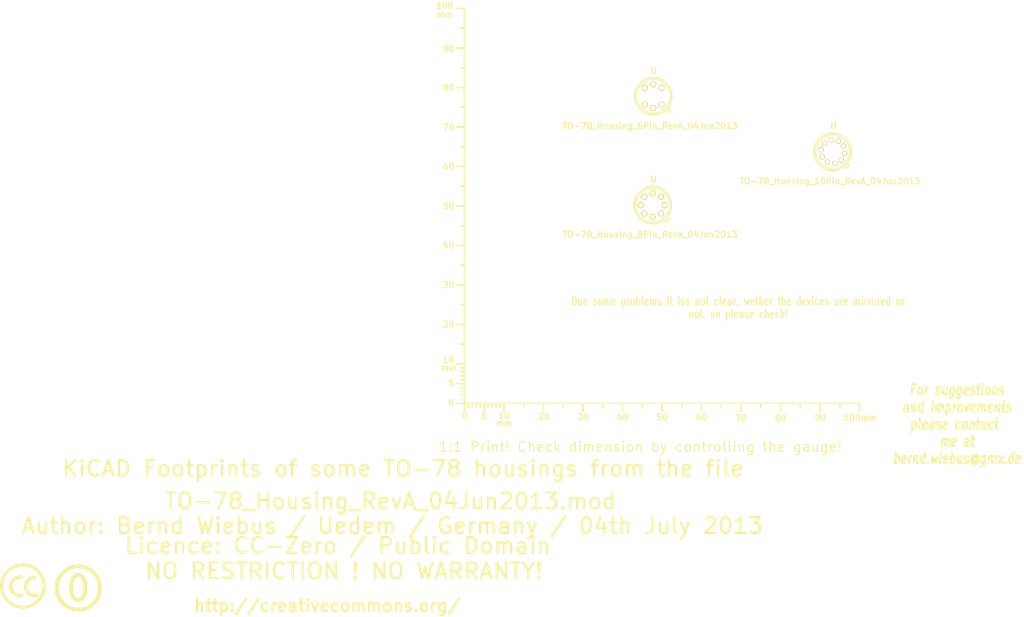
<source format=kicad_pcb>
(kicad_pcb (version 3) (host pcbnew "(2013-03-30 BZR 4007)-stable")

  (general
    (links 0)
    (no_connects 0)
    (area -16.90696 40.805099 274.02378 197.1694)
    (thickness 1.6002)
    (drawings 8)
    (tracks 0)
    (zones 0)
    (modules 6)
    (nets 1)
  )

  (page A4)
  (layers
    (15 Vorderseite signal)
    (0 Rückseite signal)
    (16 B.Adhes user)
    (17 F.Adhes user)
    (18 B.Paste user)
    (19 F.Paste user)
    (20 B.SilkS user)
    (21 F.SilkS user)
    (22 B.Mask user)
    (23 F.Mask user)
    (24 Dwgs.User user)
    (25 Cmts.User user)
    (26 Eco1.User user)
    (27 Eco2.User user)
    (28 Edge.Cuts user)
  )

  (setup
    (last_trace_width 0.2032)
    (trace_clearance 0.254)
    (zone_clearance 0.508)
    (zone_45_only no)
    (trace_min 0.2032)
    (segment_width 0.381)
    (edge_width 0.381)
    (via_size 0.889)
    (via_drill 0.635)
    (via_min_size 0.889)
    (via_min_drill 0.508)
    (uvia_size 0.508)
    (uvia_drill 0.127)
    (uvias_allowed no)
    (uvia_min_size 0.508)
    (uvia_min_drill 0.127)
    (pcb_text_width 0.3048)
    (pcb_text_size 1.524 2.032)
    (mod_edge_width 0.381)
    (mod_text_size 1.524 1.524)
    (mod_text_width 0.3048)
    (pad_size 1.3 1.3)
    (pad_drill 0.8)
    (pad_to_mask_clearance 0.254)
    (aux_axis_origin 0 0)
    (visible_elements 7FFFFFFF)
    (pcbplotparams
      (layerselection 3178497)
      (usegerberextensions true)
      (excludeedgelayer true)
      (linewidth 60)
      (plotframeref false)
      (viasonmask false)
      (mode 1)
      (useauxorigin false)
      (hpglpennumber 1)
      (hpglpenspeed 20)
      (hpglpendiameter 15)
      (hpglpenoverlay 0)
      (psnegative false)
      (psa4output false)
      (plotreference true)
      (plotvalue true)
      (plotothertext true)
      (plotinvisibletext false)
      (padsonsilk false)
      (subtractmaskfromsilk false)
      (outputformat 1)
      (mirror false)
      (drillshape 1)
      (scaleselection 1)
      (outputdirectory ""))
  )

  (net 0 "")

  (net_class Default "Dies ist die voreingestellte Netzklasse."
    (clearance 0.254)
    (trace_width 0.2032)
    (via_dia 0.889)
    (via_drill 0.635)
    (uvia_dia 0.508)
    (uvia_drill 0.127)
    (add_net "")
  )

  (module Gauge_100mm_Type2_SilkScreenTop_RevA_Date22Jun2010 (layer Vorderseite) (tedit 4D963937) (tstamp 4D88F07A)
    (at 132.75056 141.2494)
    (descr "Gauge, Massstab, 100mm, SilkScreenTop, Type 2,")
    (tags "Gauge, Massstab, 100mm, SilkScreenTop, Type 2,")
    (path Gauge_100mm_Type2_SilkScreenTop_RevA_Date22Jun2010)
    (fp_text reference MSC (at 4.0005 8.99922) (layer F.SilkS) hide
      (effects (font (size 1.524 1.524) (thickness 0.3048)))
    )
    (fp_text value Gauge_100mm_Type2_SilkScreenTop_RevA_Date22Jun2010 (at 45.9994 8.99922) (layer F.SilkS) hide
      (effects (font (size 1.524 1.524) (thickness 0.3048)))
    )
    (fp_text user mm (at 9.99998 5.00126) (layer F.SilkS)
      (effects (font (size 1.524 1.524) (thickness 0.3048)))
    )
    (fp_text user mm (at -4.0005 -8.99922) (layer F.SilkS)
      (effects (font (size 1.524 1.524) (thickness 0.3048)))
    )
    (fp_text user mm (at -5.00126 -98.5012) (layer F.SilkS)
      (effects (font (size 1.524 1.524) (thickness 0.3048)))
    )
    (fp_text user 10 (at 10.00506 3.0988) (layer F.SilkS)
      (effects (font (size 1.50114 1.50114) (thickness 0.29972)))
    )
    (fp_text user 0 (at 0.00508 3.19786) (layer F.SilkS)
      (effects (font (size 1.39954 1.50114) (thickness 0.29972)))
    )
    (fp_text user 5 (at 5.0038 3.29946) (layer F.SilkS)
      (effects (font (size 1.50114 1.50114) (thickness 0.29972)))
    )
    (fp_text user 20 (at 20.1041 3.29946) (layer F.SilkS)
      (effects (font (size 1.50114 1.50114) (thickness 0.29972)))
    )
    (fp_text user 30 (at 30.00502 3.39852) (layer F.SilkS)
      (effects (font (size 1.50114 1.50114) (thickness 0.29972)))
    )
    (fp_text user 40 (at 40.005 3.50012) (layer F.SilkS)
      (effects (font (size 1.50114 1.50114) (thickness 0.29972)))
    )
    (fp_text user 50 (at 50.00498 3.50012) (layer F.SilkS)
      (effects (font (size 1.50114 1.50114) (thickness 0.29972)))
    )
    (fp_text user 60 (at 60.00496 3.50012) (layer F.SilkS)
      (effects (font (size 1.50114 1.50114) (thickness 0.29972)))
    )
    (fp_text user 70 (at 70.00494 3.70078) (layer F.SilkS)
      (effects (font (size 1.50114 1.50114) (thickness 0.29972)))
    )
    (fp_text user 80 (at 80.00492 3.79984) (layer F.SilkS)
      (effects (font (size 1.50114 1.50114) (thickness 0.29972)))
    )
    (fp_text user 90 (at 90.1065 3.60172) (layer F.SilkS)
      (effects (font (size 1.50114 1.50114) (thickness 0.29972)))
    )
    (fp_text user 100mm (at 100.10648 3.60172) (layer F.SilkS)
      (effects (font (size 1.50114 1.50114) (thickness 0.29972)))
    )
    (fp_line (start 0 -8.99922) (end -1.00076 -8.99922) (layer F.SilkS) (width 0.381))
    (fp_line (start 0 -8.001) (end -1.00076 -8.001) (layer F.SilkS) (width 0.381))
    (fp_line (start 0 -7.00024) (end -1.00076 -7.00024) (layer F.SilkS) (width 0.381))
    (fp_line (start 0 -5.99948) (end -1.00076 -5.99948) (layer F.SilkS) (width 0.381))
    (fp_line (start 0 -4.0005) (end -1.00076 -4.0005) (layer F.SilkS) (width 0.381))
    (fp_line (start 0 -2.99974) (end -1.00076 -2.99974) (layer F.SilkS) (width 0.381))
    (fp_line (start 0 -1.99898) (end -1.00076 -1.99898) (layer F.SilkS) (width 0.381))
    (fp_line (start 0 -1.00076) (end -1.00076 -1.00076) (layer F.SilkS) (width 0.381))
    (fp_line (start 0 0) (end -1.99898 0) (layer F.SilkS) (width 0.381))
    (fp_line (start 0 -5.00126) (end -1.99898 -5.00126) (layer F.SilkS) (width 0.381))
    (fp_line (start 0 -9.99998) (end -1.99898 -9.99998) (layer F.SilkS) (width 0.381))
    (fp_line (start 0 -15.00124) (end -1.00076 -15.00124) (layer F.SilkS) (width 0.381))
    (fp_line (start 0 -19.99996) (end -1.99898 -19.99996) (layer F.SilkS) (width 0.381))
    (fp_line (start 0 -25.00122) (end -1.00076 -25.00122) (layer F.SilkS) (width 0.381))
    (fp_line (start 0 -29.99994) (end -1.99898 -29.99994) (layer F.SilkS) (width 0.381))
    (fp_line (start 0 -35.0012) (end -1.00076 -35.0012) (layer F.SilkS) (width 0.381))
    (fp_line (start 0 -39.99992) (end -1.99898 -39.99992) (layer F.SilkS) (width 0.381))
    (fp_line (start 0 -45.00118) (end -1.00076 -45.00118) (layer F.SilkS) (width 0.381))
    (fp_line (start 0 -49.9999) (end -1.99898 -49.9999) (layer F.SilkS) (width 0.381))
    (fp_line (start 0 -55.00116) (end -1.00076 -55.00116) (layer F.SilkS) (width 0.381))
    (fp_line (start 0 -59.99988) (end -1.99898 -59.99988) (layer F.SilkS) (width 0.381))
    (fp_line (start 0 -65.00114) (end -1.00076 -65.00114) (layer F.SilkS) (width 0.381))
    (fp_line (start 0 -69.99986) (end -1.99898 -69.99986) (layer F.SilkS) (width 0.381))
    (fp_line (start 0 -75.00112) (end -1.00076 -75.00112) (layer F.SilkS) (width 0.381))
    (fp_line (start 0 -79.99984) (end -1.99898 -79.99984) (layer F.SilkS) (width 0.381))
    (fp_line (start 0 -85.0011) (end -1.00076 -85.0011) (layer F.SilkS) (width 0.381))
    (fp_line (start 0 -89.99982) (end -1.99898 -89.99982) (layer F.SilkS) (width 0.381))
    (fp_line (start 0 -95.00108) (end -1.00076 -95.00108) (layer F.SilkS) (width 0.381))
    (fp_line (start 0 0) (end 0 -99.9998) (layer F.SilkS) (width 0.381))
    (fp_line (start 0 -99.9998) (end -1.99898 -99.9998) (layer F.SilkS) (width 0.381))
    (fp_text user 100 (at -4.99872 -100.7491) (layer F.SilkS)
      (effects (font (size 1.50114 1.50114) (thickness 0.29972)))
    )
    (fp_text user 90 (at -4.0005 -89.7509) (layer F.SilkS)
      (effects (font (size 1.50114 1.50114) (thickness 0.29972)))
    )
    (fp_text user 80 (at -4.0005 -79.99984) (layer F.SilkS)
      (effects (font (size 1.50114 1.50114) (thickness 0.29972)))
    )
    (fp_text user 70 (at -4.0005 -69.99986) (layer F.SilkS)
      (effects (font (size 1.50114 1.50114) (thickness 0.29972)))
    )
    (fp_text user 60 (at -4.0005 -59.99988) (layer F.SilkS)
      (effects (font (size 1.50114 1.50114) (thickness 0.29972)))
    )
    (fp_text user 50 (at -4.0005 -49.9999) (layer F.SilkS)
      (effects (font (size 1.50114 1.50114) (thickness 0.34036)))
    )
    (fp_text user 40 (at -4.0005 -39.99992) (layer F.SilkS)
      (effects (font (size 1.50114 1.50114) (thickness 0.29972)))
    )
    (fp_text user 30 (at -4.0005 -29.99994) (layer F.SilkS)
      (effects (font (size 1.50114 1.50114) (thickness 0.29972)))
    )
    (fp_text user 20 (at -4.0005 -19.99996) (layer F.SilkS)
      (effects (font (size 1.50114 1.50114) (thickness 0.29972)))
    )
    (fp_line (start 95.00108 0) (end 95.00108 1.00076) (layer F.SilkS) (width 0.381))
    (fp_line (start 89.99982 0) (end 89.99982 1.99898) (layer F.SilkS) (width 0.381))
    (fp_line (start 85.0011 0) (end 85.0011 1.00076) (layer F.SilkS) (width 0.381))
    (fp_line (start 79.99984 0) (end 79.99984 1.99898) (layer F.SilkS) (width 0.381))
    (fp_line (start 75.00112 0) (end 75.00112 1.00076) (layer F.SilkS) (width 0.381))
    (fp_line (start 69.99986 0) (end 69.99986 1.99898) (layer F.SilkS) (width 0.381))
    (fp_line (start 65.00114 0) (end 65.00114 1.00076) (layer F.SilkS) (width 0.381))
    (fp_line (start 59.99988 0) (end 59.99988 1.99898) (layer F.SilkS) (width 0.381))
    (fp_line (start 55.00116 0) (end 55.00116 1.00076) (layer F.SilkS) (width 0.381))
    (fp_line (start 49.9999 0) (end 49.9999 1.99898) (layer F.SilkS) (width 0.381))
    (fp_line (start 45.00118 0) (end 45.00118 1.00076) (layer F.SilkS) (width 0.381))
    (fp_line (start 39.99992 0) (end 39.99992 1.99898) (layer F.SilkS) (width 0.381))
    (fp_line (start 35.0012 0) (end 35.0012 1.00076) (layer F.SilkS) (width 0.381))
    (fp_line (start 29.99994 0) (end 29.99994 1.99898) (layer F.SilkS) (width 0.381))
    (fp_line (start 25.00122 0) (end 25.00122 1.00076) (layer F.SilkS) (width 0.381))
    (fp_line (start 19.99996 0) (end 19.99996 1.99898) (layer F.SilkS) (width 0.381))
    (fp_line (start 15.00124 0) (end 15.00124 1.00076) (layer F.SilkS) (width 0.381))
    (fp_line (start 9.99998 0) (end 99.9998 0) (layer F.SilkS) (width 0.381))
    (fp_line (start 99.9998 0) (end 99.9998 1.99898) (layer F.SilkS) (width 0.381))
    (fp_text user 5 (at -3.302 -5.10286) (layer F.SilkS)
      (effects (font (size 1.50114 1.50114) (thickness 0.29972)))
    )
    (fp_text user 0 (at -3.4036 -0.10414) (layer F.SilkS)
      (effects (font (size 1.50114 1.50114) (thickness 0.29972)))
    )
    (fp_text user 10 (at -4.0005 -11.00074) (layer F.SilkS)
      (effects (font (size 1.50114 1.50114) (thickness 0.29972)))
    )
    (fp_line (start 8.99922 0) (end 8.99922 1.00076) (layer F.SilkS) (width 0.381))
    (fp_line (start 8.001 0) (end 8.001 1.00076) (layer F.SilkS) (width 0.381))
    (fp_line (start 7.00024 0) (end 7.00024 1.00076) (layer F.SilkS) (width 0.381))
    (fp_line (start 5.99948 0) (end 5.99948 1.00076) (layer F.SilkS) (width 0.381))
    (fp_line (start 4.0005 0) (end 4.0005 1.00076) (layer F.SilkS) (width 0.381))
    (fp_line (start 2.99974 0) (end 2.99974 1.00076) (layer F.SilkS) (width 0.381))
    (fp_line (start 1.99898 0) (end 1.99898 1.00076) (layer F.SilkS) (width 0.381))
    (fp_line (start 1.00076 0) (end 1.00076 1.00076) (layer F.SilkS) (width 0.381))
    (fp_line (start 5.00126 0) (end 5.00126 1.99898) (layer F.SilkS) (width 0.381))
    (fp_line (start 0 0) (end 0 1.99898) (layer F.SilkS) (width 0.381))
    (fp_line (start 0 0) (end 9.99998 0) (layer F.SilkS) (width 0.381))
    (fp_line (start 9.99998 0) (end 9.99998 1.99898) (layer F.SilkS) (width 0.381))
  )

  (module Symbol_CC-PublicDomain_SilkScreenTop_Big (layer Vorderseite) (tedit 515D641F) (tstamp 515F0B64)
    (at 35 188)
    (descr "Symbol, CC-PublicDomain, SilkScreen Top, Big,")
    (tags "Symbol, CC-PublicDomain, SilkScreen Top, Big,")
    (path Symbol_CC-Noncommercial_CopperTop_Big)
    (fp_text reference Sym (at 0.59944 -7.29996) (layer F.SilkS) hide
      (effects (font (size 1.524 1.524) (thickness 0.3048)))
    )
    (fp_text value Symbol_CC-PublicDomain_SilkScreenTop_Big (at 0.59944 8.001) (layer F.SilkS) hide
      (effects (font (size 1.524 1.524) (thickness 0.3048)))
    )
    (fp_circle (center 0 0) (end 5.8 -0.05) (layer F.SilkS) (width 0.381))
    (fp_circle (center 0 0) (end 5.5 0) (layer F.SilkS) (width 0.381))
    (fp_circle (center 0.05 0) (end 5.25 0) (layer F.SilkS) (width 0.381))
    (fp_line (start 1.1 -2.5) (end 1.4 -1.9) (layer F.SilkS) (width 0.381))
    (fp_line (start -1.8 1.2) (end -1.6 1.9) (layer F.SilkS) (width 0.381))
    (fp_line (start -1.6 1.9) (end -1.2 2.5) (layer F.SilkS) (width 0.381))
    (fp_line (start 0 -3) (end 0.75 -2.75) (layer F.SilkS) (width 0.381))
    (fp_line (start 0.75 -2.75) (end 1 -2.25) (layer F.SilkS) (width 0.381))
    (fp_line (start 1 -2.25) (end 1.5 -1) (layer F.SilkS) (width 0.381))
    (fp_line (start 1.5 -1) (end 1.5 -0.5) (layer F.SilkS) (width 0.381))
    (fp_line (start 1.5 -0.5) (end 1.5 0.5) (layer F.SilkS) (width 0.381))
    (fp_line (start 1.5 0.5) (end 1.25 1.5) (layer F.SilkS) (width 0.381))
    (fp_line (start 1.25 1.5) (end 0.75 2.5) (layer F.SilkS) (width 0.381))
    (fp_line (start 0.75 2.5) (end 0.25 2.75) (layer F.SilkS) (width 0.381))
    (fp_line (start 0.25 2.75) (end -0.25 2.75) (layer F.SilkS) (width 0.381))
    (fp_line (start -0.25 2.75) (end -0.75 2.5) (layer F.SilkS) (width 0.381))
    (fp_line (start -0.75 2.5) (end -1.25 1.75) (layer F.SilkS) (width 0.381))
    (fp_line (start -1.25 1.75) (end -1.5 0.75) (layer F.SilkS) (width 0.381))
    (fp_line (start -1.5 0.75) (end -1.5 -0.75) (layer F.SilkS) (width 0.381))
    (fp_line (start -1.5 -0.75) (end -1.25 -1.75) (layer F.SilkS) (width 0.381))
    (fp_line (start -1.25 -1.75) (end -1 -2.5) (layer F.SilkS) (width 0.381))
    (fp_line (start -1 -2.5) (end -0.3 -2.9) (layer F.SilkS) (width 0.381))
    (fp_line (start -0.3 -2.9) (end 0.2 -3) (layer F.SilkS) (width 0.381))
    (fp_line (start 0.2 -3) (end 0.8 -3) (layer F.SilkS) (width 0.381))
    (fp_line (start 0.8 -3) (end 1.4 -2.3) (layer F.SilkS) (width 0.381))
    (fp_line (start 1.4 -2.3) (end 1.6 -1.4) (layer F.SilkS) (width 0.381))
    (fp_line (start 1.6 -1.4) (end 1.7 -0.3) (layer F.SilkS) (width 0.381))
    (fp_line (start 1.7 -0.3) (end 1.7 0.9) (layer F.SilkS) (width 0.381))
    (fp_line (start 1.7 0.9) (end 1.4 1.8) (layer F.SilkS) (width 0.381))
    (fp_line (start 1.4 1.8) (end 1 2.7) (layer F.SilkS) (width 0.381))
    (fp_line (start 1 2.7) (end 0.5 3) (layer F.SilkS) (width 0.381))
    (fp_line (start 0.5 3) (end -0.4 3) (layer F.SilkS) (width 0.381))
    (fp_line (start -0.4 3) (end -1.3 2.3) (layer F.SilkS) (width 0.381))
    (fp_line (start -1.3 2.3) (end -1.7 1) (layer F.SilkS) (width 0.381))
    (fp_line (start -1.7 1) (end -1.8 -0.7) (layer F.SilkS) (width 0.381))
    (fp_line (start -1.8 -0.7) (end -1.4 -2.2) (layer F.SilkS) (width 0.381))
    (fp_line (start -1.4 -2.2) (end -1 -2.9) (layer F.SilkS) (width 0.381))
    (fp_line (start -1 -2.9) (end -0.2 -3.3) (layer F.SilkS) (width 0.381))
    (fp_line (start -0.2 -3.3) (end 0.7 -3.2) (layer F.SilkS) (width 0.381))
    (fp_line (start 0.7 -3.2) (end 1.3 -3.1) (layer F.SilkS) (width 0.381))
    (fp_line (start 1.3 -3.1) (end 1.7 -2.4) (layer F.SilkS) (width 0.381))
    (fp_line (start 1.7 -2.4) (end 2 -1.6) (layer F.SilkS) (width 0.381))
    (fp_line (start 2 -1.6) (end 2.1 -0.6) (layer F.SilkS) (width 0.381))
    (fp_line (start 2.1 -0.6) (end 2.1 0.3) (layer F.SilkS) (width 0.381))
    (fp_line (start 2.1 0.3) (end 2.1 1.3) (layer F.SilkS) (width 0.381))
    (fp_line (start 2.1 1.3) (end 1.9 1.8) (layer F.SilkS) (width 0.381))
    (fp_line (start 1.9 1.8) (end 1.5 2.6) (layer F.SilkS) (width 0.381))
    (fp_line (start 1.5 2.6) (end 1.1 3) (layer F.SilkS) (width 0.381))
    (fp_line (start 1.1 3) (end 0.4 3.3) (layer F.SilkS) (width 0.381))
    (fp_line (start 0.4 3.3) (end -0.1 3.4) (layer F.SilkS) (width 0.381))
    (fp_line (start -0.1 3.4) (end -0.8 3.2) (layer F.SilkS) (width 0.381))
    (fp_line (start -0.8 3.2) (end -1.5 2.6) (layer F.SilkS) (width 0.381))
    (fp_line (start -1.5 2.6) (end -1.9 1.7) (layer F.SilkS) (width 0.381))
    (fp_line (start -1.9 1.7) (end -2.1 0.4) (layer F.SilkS) (width 0.381))
    (fp_line (start -2.1 0.4) (end -2.1 -0.6) (layer F.SilkS) (width 0.381))
    (fp_line (start -2.1 -0.6) (end -2 -1.6) (layer F.SilkS) (width 0.381))
    (fp_line (start -2 -1.6) (end -1.7 -2.4) (layer F.SilkS) (width 0.381))
    (fp_line (start -1.7 -2.4) (end -1.2 -3.1) (layer F.SilkS) (width 0.381))
    (fp_line (start -1.2 -3.1) (end -0.4 -3.6) (layer F.SilkS) (width 0.381))
    (fp_line (start -0.4 -3.6) (end 0.4 -3.6) (layer F.SilkS) (width 0.381))
    (fp_line (start 0.4 -3.6) (end 1.1 -3.2) (layer F.SilkS) (width 0.381))
    (fp_line (start 1.1 -3.2) (end 1.1 -2.9) (layer F.SilkS) (width 0.381))
    (fp_line (start 1.1 -2.9) (end 1.8 -1.5) (layer F.SilkS) (width 0.381))
    (fp_line (start 1.8 -1.5) (end 1.8 -0.4) (layer F.SilkS) (width 0.381))
    (fp_line (start 1.8 -0.4) (end 1.8 1.1) (layer F.SilkS) (width 0.381))
    (fp_line (start 1.8 1.1) (end 1.2 2.6) (layer F.SilkS) (width 0.381))
    (fp_line (start 1.2 2.6) (end 0.2 3.2) (layer F.SilkS) (width 0.381))
    (fp_line (start 0.2 3.2) (end -0.5 3.2) (layer F.SilkS) (width 0.381))
    (fp_line (start -0.5 3.2) (end -1.1 2.7) (layer F.SilkS) (width 0.381))
    (fp_line (start -1.1 2.7) (end -1.9 0.6) (layer F.SilkS) (width 0.381))
    (fp_line (start -1.9 0.6) (end -1.7 -1.9) (layer F.SilkS) (width 0.381))
  )

  (module Symbol_CreativeCommons_SilkScreenTop_Type2_Big (layer Vorderseite) (tedit 515D640C) (tstamp 515F46B2)
    (at 21 187.5)
    (descr "Symbol, Creative Commons, SilkScreen Top, Type 2, Big,")
    (tags "Symbol, Creative Commons, SilkScreen Top, Type 2, Big,")
    (path Symbol_CreativeCommons_CopperTop_Type2_Big)
    (fp_text reference Sym (at 0.59944 -7.29996) (layer F.SilkS) hide
      (effects (font (size 1.524 1.524) (thickness 0.3048)))
    )
    (fp_text value Symbol_CreativeCommons_Typ2_SilkScreenTop_Big (at 0.59944 8.001) (layer F.SilkS) hide
      (effects (font (size 1.524 1.524) (thickness 0.3048)))
    )
    (fp_line (start -0.70104 2.70002) (end -0.29972 2.60096) (layer F.SilkS) (width 0.381))
    (fp_line (start -0.29972 2.60096) (end -0.20066 2.10058) (layer F.SilkS) (width 0.381))
    (fp_line (start -2.49936 -1.69926) (end -2.70002 -1.6002) (layer F.SilkS) (width 0.381))
    (fp_line (start -2.70002 -1.6002) (end -3.0988 -1.00076) (layer F.SilkS) (width 0.381))
    (fp_line (start -3.0988 -1.00076) (end -3.29946 -0.50038) (layer F.SilkS) (width 0.381))
    (fp_line (start -3.29946 -0.50038) (end -3.40106 0.39878) (layer F.SilkS) (width 0.381))
    (fp_line (start -3.40106 0.39878) (end -3.29946 0.89916) (layer F.SilkS) (width 0.381))
    (fp_line (start -0.19812 2.4003) (end -0.29718 2.59842) (layer F.SilkS) (width 0.381))
    (fp_line (start 3.70078 2.10058) (end 3.79984 2.4003) (layer F.SilkS) (width 0.381))
    (fp_line (start 2.99974 -2.4003) (end 3.29946 -2.30124) (layer F.SilkS) (width 0.381))
    (fp_line (start 3.29946 -2.30124) (end 3.0988 -1.99898) (layer F.SilkS) (width 0.381))
    (fp_line (start 0 -5.40004) (end -0.50038 -5.40004) (layer F.SilkS) (width 0.381))
    (fp_line (start -0.50038 -5.40004) (end -1.30048 -5.10032) (layer F.SilkS) (width 0.381))
    (fp_line (start -1.30048 -5.10032) (end -1.99898 -4.89966) (layer F.SilkS) (width 0.381))
    (fp_line (start -1.99898 -4.89966) (end -2.70002 -4.699) (layer F.SilkS) (width 0.381))
    (fp_line (start -2.70002 -4.699) (end -3.29946 -4.20116) (layer F.SilkS) (width 0.381))
    (fp_line (start -3.29946 -4.20116) (end -4.0005 -3.59918) (layer F.SilkS) (width 0.381))
    (fp_line (start -4.0005 -3.59918) (end -4.50088 -2.99974) (layer F.SilkS) (width 0.381))
    (fp_line (start -4.50088 -2.99974) (end -5.00126 -2.10058) (layer F.SilkS) (width 0.381))
    (fp_line (start -5.00126 -2.10058) (end -5.30098 -1.09982) (layer F.SilkS) (width 0.381))
    (fp_line (start -5.30098 -1.09982) (end -5.40004 0.09906) (layer F.SilkS) (width 0.381))
    (fp_line (start -5.40004 0.09906) (end -5.19938 1.30048) (layer F.SilkS) (width 0.381))
    (fp_line (start -5.19938 1.30048) (end -4.8006 2.4003) (layer F.SilkS) (width 0.381))
    (fp_line (start -4.8006 2.4003) (end -3.79984 3.8989) (layer F.SilkS) (width 0.381))
    (fp_line (start -3.79984 3.8989) (end -2.60096 4.8006) (layer F.SilkS) (width 0.381))
    (fp_line (start -2.60096 4.8006) (end -1.30048 5.30098) (layer F.SilkS) (width 0.381))
    (fp_line (start -1.30048 5.30098) (end 0.09906 5.30098) (layer F.SilkS) (width 0.381))
    (fp_line (start 0.09906 5.30098) (end 1.6002 5.19938) (layer F.SilkS) (width 0.381))
    (fp_line (start 1.6002 5.19938) (end 2.60096 4.699) (layer F.SilkS) (width 0.381))
    (fp_line (start 2.60096 4.699) (end 4.20116 3.40106) (layer F.SilkS) (width 0.381))
    (fp_line (start 4.20116 3.40106) (end 5.00126 1.80086) (layer F.SilkS) (width 0.381))
    (fp_line (start 5.00126 1.80086) (end 5.40004 0.29972) (layer F.SilkS) (width 0.381))
    (fp_line (start 5.40004 0.29972) (end 5.19938 -1.39954) (layer F.SilkS) (width 0.381))
    (fp_line (start 5.19938 -1.39954) (end 4.699 -2.49936) (layer F.SilkS) (width 0.381))
    (fp_line (start 4.699 -2.49936) (end 3.40106 -4.09956) (layer F.SilkS) (width 0.381))
    (fp_line (start 3.40106 -4.09956) (end 2.4003 -4.8006) (layer F.SilkS) (width 0.381))
    (fp_line (start 2.4003 -4.8006) (end 1.39954 -5.19938) (layer F.SilkS) (width 0.381))
    (fp_line (start 1.39954 -5.19938) (end 0 -5.30098) (layer F.SilkS) (width 0.381))
    (fp_line (start 0.60198 -0.70104) (end 0.50292 -0.20066) (layer F.SilkS) (width 0.381))
    (fp_line (start 0.50292 -0.20066) (end 0.50292 0.49784) (layer F.SilkS) (width 0.381))
    (fp_line (start 0.50292 0.49784) (end 0.60198 1.09982) (layer F.SilkS) (width 0.381))
    (fp_line (start 0.60198 1.09982) (end 1.00076 1.69926) (layer F.SilkS) (width 0.381))
    (fp_line (start 1.00076 1.69926) (end 1.50114 2.19964) (layer F.SilkS) (width 0.381))
    (fp_line (start 1.50114 2.19964) (end 2.10058 2.49936) (layer F.SilkS) (width 0.381))
    (fp_line (start 2.10058 2.49936) (end 2.60096 2.59842) (layer F.SilkS) (width 0.381))
    (fp_line (start 2.60096 2.59842) (end 3.00228 2.59842) (layer F.SilkS) (width 0.381))
    (fp_line (start 3.00228 2.59842) (end 3.40106 2.59842) (layer F.SilkS) (width 0.381))
    (fp_line (start 3.40106 2.59842) (end 3.80238 2.49936) (layer F.SilkS) (width 0.381))
    (fp_line (start 3.80238 2.49936) (end 3.70078 2.2987) (layer F.SilkS) (width 0.381))
    (fp_line (start 3.70078 2.2987) (end 2.80162 2.4003) (layer F.SilkS) (width 0.381))
    (fp_line (start 2.80162 2.4003) (end 1.80086 2.09804) (layer F.SilkS) (width 0.381))
    (fp_line (start 1.80086 2.09804) (end 1.20142 1.6002) (layer F.SilkS) (width 0.381))
    (fp_line (start 1.20142 1.6002) (end 0.80264 0.6985) (layer F.SilkS) (width 0.381))
    (fp_line (start 0.80264 0.6985) (end 0.70104 -0.29972) (layer F.SilkS) (width 0.381))
    (fp_line (start 0.70104 -0.29972) (end 1.00076 -1.00076) (layer F.SilkS) (width 0.381))
    (fp_line (start 1.00076 -1.00076) (end 1.60274 -1.7018) (layer F.SilkS) (width 0.381))
    (fp_line (start 1.60274 -1.7018) (end 2.30124 -2.10058) (layer F.SilkS) (width 0.381))
    (fp_line (start 2.30124 -2.10058) (end 3.00228 -2.10058) (layer F.SilkS) (width 0.381))
    (fp_line (start 3.00228 -2.10058) (end 3.10134 -1.89992) (layer F.SilkS) (width 0.381))
    (fp_line (start 3.10134 -1.89992) (end 2.5019 -1.89992) (layer F.SilkS) (width 0.381))
    (fp_line (start 2.5019 -1.89992) (end 1.80086 -1.6002) (layer F.SilkS) (width 0.381))
    (fp_line (start 1.80086 -1.6002) (end 1.30048 -1.00076) (layer F.SilkS) (width 0.381))
    (fp_line (start 1.30048 -1.00076) (end 1.00076 -0.40132) (layer F.SilkS) (width 0.381))
    (fp_line (start 1.00076 -0.40132) (end 1.00076 0.09906) (layer F.SilkS) (width 0.381))
    (fp_line (start 1.00076 0.09906) (end 1.00076 0.6985) (layer F.SilkS) (width 0.381))
    (fp_line (start 1.00076 0.6985) (end 1.30048 1.19888) (layer F.SilkS) (width 0.381))
    (fp_line (start 1.30048 1.19888) (end 1.7018 1.69926) (layer F.SilkS) (width 0.381))
    (fp_line (start 1.7018 1.69926) (end 2.30124 1.99898) (layer F.SilkS) (width 0.381))
    (fp_line (start 2.30124 1.99898) (end 2.90068 2.09804) (layer F.SilkS) (width 0.381))
    (fp_line (start 2.90068 2.09804) (end 3.40106 2.09804) (layer F.SilkS) (width 0.381))
    (fp_line (start 3.40106 2.09804) (end 3.70078 1.99898) (layer F.SilkS) (width 0.381))
    (fp_line (start 3.00228 -2.4003) (end 2.40284 -2.4003) (layer F.SilkS) (width 0.381))
    (fp_line (start 2.40284 -2.4003) (end 2.00152 -2.20218) (layer F.SilkS) (width 0.381))
    (fp_line (start 2.00152 -2.20218) (end 1.50114 -2.00152) (layer F.SilkS) (width 0.381))
    (fp_line (start 1.50114 -2.00152) (end 1.10236 -1.6002) (layer F.SilkS) (width 0.381))
    (fp_line (start 1.10236 -1.6002) (end 0.80264 -1.09982) (layer F.SilkS) (width 0.381))
    (fp_line (start 0.80264 -1.09982) (end 0.60198 -0.70104) (layer F.SilkS) (width 0.381))
    (fp_line (start -0.39878 -1.99898) (end -0.89916 -1.99898) (layer F.SilkS) (width 0.381))
    (fp_line (start -0.89916 -1.99898) (end -1.39954 -1.89738) (layer F.SilkS) (width 0.381))
    (fp_line (start -1.39954 -1.89738) (end -1.89992 -1.59766) (layer F.SilkS) (width 0.381))
    (fp_line (start -1.89992 -1.59766) (end -2.4003 -1.19888) (layer F.SilkS) (width 0.381))
    (fp_line (start -2.4003 -1.30048) (end -2.70002 -0.8001) (layer F.SilkS) (width 0.381))
    (fp_line (start -2.70002 -0.8001) (end -2.79908 -0.29972) (layer F.SilkS) (width 0.381))
    (fp_line (start -2.79908 -0.29972) (end -2.79908 0.20066) (layer F.SilkS) (width 0.381))
    (fp_line (start -2.79908 0.20066) (end -2.59842 1.00076) (layer F.SilkS) (width 0.381))
    (fp_line (start -2.69748 1.00076) (end -2.39776 1.39954) (layer F.SilkS) (width 0.381))
    (fp_line (start -2.29616 1.4986) (end -1.79578 1.89992) (layer F.SilkS) (width 0.381))
    (fp_line (start -1.79578 1.89992) (end -1.29794 2.09804) (layer F.SilkS) (width 0.381))
    (fp_line (start -1.29794 2.09804) (end -0.89662 2.19964) (layer F.SilkS) (width 0.381))
    (fp_line (start -0.89662 2.19964) (end -0.49784 2.19964) (layer F.SilkS) (width 0.381))
    (fp_line (start -0.49784 2.19964) (end -0.19812 2.09804) (layer F.SilkS) (width 0.381))
    (fp_line (start -0.19812 2.09804) (end -0.29718 2.4003) (layer F.SilkS) (width 0.381))
    (fp_line (start -0.29718 2.4003) (end -0.89662 2.49936) (layer F.SilkS) (width 0.381))
    (fp_line (start -0.89662 2.49936) (end -1.59766 2.2987) (layer F.SilkS) (width 0.381))
    (fp_line (start -1.59766 2.2987) (end -2.29616 1.79832) (layer F.SilkS) (width 0.381))
    (fp_line (start -2.29616 1.79832) (end -2.79654 1.29794) (layer F.SilkS) (width 0.381))
    (fp_line (start -2.79908 1.39954) (end -2.99974 0.70104) (layer F.SilkS) (width 0.381))
    (fp_line (start -2.99974 0.70104) (end -3.0988 0) (layer F.SilkS) (width 0.381))
    (fp_line (start -3.0988 0) (end -2.99974 -0.59944) (layer F.SilkS) (width 0.381))
    (fp_line (start -2.99974 -0.8001) (end -2.70002 -1.30048) (layer F.SilkS) (width 0.381))
    (fp_line (start -2.70002 -1.09982) (end -2.19964 -1.6002) (layer F.SilkS) (width 0.381))
    (fp_line (start -2.19964 -1.69926) (end -1.69926 -1.99898) (layer F.SilkS) (width 0.381))
    (fp_line (start -1.69926 -1.99898) (end -1.19888 -2.19964) (layer F.SilkS) (width 0.381))
    (fp_line (start -1.19888 -2.19964) (end -0.6985 -2.19964) (layer F.SilkS) (width 0.381))
    (fp_line (start -0.6985 -2.19964) (end -0.29972 -2.19964) (layer F.SilkS) (width 0.381))
    (fp_line (start -0.29972 -2.19964) (end -0.20066 -2.39776) (layer F.SilkS) (width 0.381))
    (fp_line (start -0.20066 -2.39776) (end -0.59944 -2.49936) (layer F.SilkS) (width 0.381))
    (fp_line (start -0.59944 -2.49936) (end -1.00076 -2.49936) (layer F.SilkS) (width 0.381))
    (fp_line (start -1.00076 -2.49936) (end -1.4986 -2.39776) (layer F.SilkS) (width 0.381))
    (fp_line (start -1.4986 -2.39776) (end -2.10058 -2.09804) (layer F.SilkS) (width 0.381))
    (fp_line (start -2.10058 -2.09804) (end -2.59842 -1.69926) (layer F.SilkS) (width 0.381))
    (fp_line (start -2.59842 -1.6002) (end -3.0988 -0.89916) (layer F.SilkS) (width 0.381))
    (fp_line (start -3.0988 -0.89916) (end -3.29946 -0.29972) (layer F.SilkS) (width 0.381))
    (fp_line (start -3.29946 -0.29972) (end -3.29946 0.40132) (layer F.SilkS) (width 0.381))
    (fp_line (start -3.29946 0.40132) (end -3.2004 1.00076) (layer F.SilkS) (width 0.381))
    (fp_line (start -3.29946 0.8001) (end -2.99974 1.39954) (layer F.SilkS) (width 0.381))
    (fp_line (start -2.89814 1.4986) (end -2.49682 1.99898) (layer F.SilkS) (width 0.381))
    (fp_line (start -2.49682 1.99898) (end -1.89738 2.4003) (layer F.SilkS) (width 0.381))
    (fp_line (start -1.89738 2.4003) (end -1.19634 2.59842) (layer F.SilkS) (width 0.381))
    (fp_line (start -1.19634 2.59842) (end -0.69596 2.70002) (layer F.SilkS) (width 0.381))
    (fp_line (start -2.9972 1.19888) (end -2.59842 1.19888) (layer F.SilkS) (width 0.381))
    (fp_circle (center 0 0) (end 5.08 1.016) (layer F.SilkS) (width 0.381))
    (fp_circle (center 0 0) (end 5.588 0) (layer F.SilkS) (width 0.381))
  )

  (module TO-78_Housing_8Pin_RevA_04Jun2013 (layer Vorderseite) (tedit 51B0EB0E) (tstamp 51B0E425)
    (at 180.5 91)
    (descr "TO-78, 8 Pin,")
    (tags "TO-78, 8 Pin,")
    (fp_text reference U (at 0.15 -6.475) (layer F.SilkS)
      (effects (font (size 1.524 1.524) (thickness 0.3048)))
    )
    (fp_text value TO-78_Housing_8Pin_RevA_04Jun2013 (at -0.8 7.475) (layer F.SilkS)
      (effects (font (size 1.524 1.524) (thickness 0.3048)))
    )
    (fp_line (start 3.7625 3.9125) (end 3.4125 4.2625) (layer F.SilkS) (width 0.381))
    (fp_line (start 3.4125 4.2625) (end 2.9125 3.6875) (layer F.SilkS) (width 0.381))
    (fp_line (start 3.7625 3.9125) (end 4.1375 3.5375) (layer F.SilkS) (width 0.381))
    (fp_line (start 4.1375 3.5375) (end 3.5875 3.0125) (layer F.SilkS) (width 0.381))
    (fp_circle (center -0.1125 0.0375) (end -0.1125 -4.2125) (layer F.SilkS) (width 0.2))
    (fp_circle (center -0.1125 0.0375) (end -0.1125 -4.6625) (layer F.SilkS) (width 0.381))
    (pad 1 thru_hole circle (at -0.1125 3.0375 90) (size 1.524 1.524) (drill 0.85)
      (layers *.Cu *.Mask F.SilkS)
    )
    (pad 5 thru_hole circle (at -0.1125 -2.9625 90) (size 1.524 1.524) (drill 0.85)
      (layers *.Cu *.Mask F.SilkS)
    )
    (pad 3 thru_hole circle (at -3.1125 0.0375 90) (size 1.524 1.524) (drill 0.85)
      (layers *.Cu *.Mask F.SilkS)
    )
    (pad 1 thru_hole circle (at 2.8875 0.0375 90) (size 1.524 1.524) (drill 0.85)
      (layers *.Cu *.Mask F.SilkS)
    )
    (pad 2 thru_hole circle (at 2.0125 -2.0875 90) (size 1.524 1.524) (drill 0.85)
      (layers *.Cu *.Mask F.SilkS)
    )
    (pad 2 thru_hole circle (at -2.2375 2.1625 90) (size 1.524 1.524) (drill 0.85)
      (layers *.Cu *.Mask F.SilkS)
    )
    (pad 4 thru_hole circle (at -2.2375 -2.0875 90) (size 1.524 1.524) (drill 0.85)
      (layers *.Cu *.Mask F.SilkS)
    )
    (pad 8 thru_hole circle (at 2.0125 2.1625 90) (size 1.524 1.524) (drill 0.85)
      (layers *.Cu *.Mask F.SilkS)
    )
    (model TO-78_Wings3D_RevA_06Jun2013/TO-78_8Pin_Faktor03937_RevA_06Jun2013.wrl
      (at (xyz 0 0 0))
      (scale (xyz 0.3937 0.3937 0.3937))
      (rotate (xyz 0 0 0))
    )
  )

  (module TO-78_Housing_6Pin_RevA_04Jun2013 (layer Vorderseite) (tedit 51B0EAFA) (tstamp 51B0E5AA)
    (at 180.5 63.5)
    (descr "TO-78, 6 Pin,")
    (tags "TO-78, 6 Pin,")
    (fp_text reference U (at 0.15 -6.475) (layer F.SilkS)
      (effects (font (size 1.524 1.524) (thickness 0.3048)))
    )
    (fp_text value TO-78_Housing_6Pin_RevA_04Jun2013 (at -0.8 7.475) (layer F.SilkS)
      (effects (font (size 1.524 1.524) (thickness 0.3048)))
    )
    (fp_line (start 3.8875 3.8125) (end 3.5375 4.1625) (layer F.SilkS) (width 0.381))
    (fp_line (start 3.5375 4.1625) (end 3.0375 3.5875) (layer F.SilkS) (width 0.381))
    (fp_line (start 3.8875 3.8125) (end 4.2625 3.4375) (layer F.SilkS) (width 0.381))
    (fp_line (start 4.2625 3.4375) (end 3.7125 2.9125) (layer F.SilkS) (width 0.381))
    (fp_circle (center 0.0125 -0.0625) (end 0.0125 -4.3125) (layer F.SilkS) (width 0.2))
    (fp_circle (center 0.0125 -0.0625) (end 0.0125 -4.7625) (layer F.SilkS) (width 0.381))
    (pad 7 thru_hole circle (at 0.0125 2.9375 90) (size 1.524 1.524) (drill 0.85)
      (layers *.Cu *.Mask F.SilkS)
    )
    (pad 3 thru_hole circle (at 0.0125 -3.0625 90) (size 1.524 1.524) (drill 0.85)
      (layers *.Cu *.Mask F.SilkS)
    )
    (pad 2 thru_hole circle (at 2.1375 -2.1875 90) (size 1.524 1.524) (drill 0.85)
      (layers *.Cu *.Mask F.SilkS)
    )
    (pad 6 thru_hole circle (at -2.1125 2.0625 90) (size 1.524 1.524) (drill 0.85)
      (layers *.Cu *.Mask F.SilkS)
    )
    (pad 4 thru_hole circle (at -2.1125 -2.1875 90) (size 1.524 1.524) (drill 0.85)
      (layers *.Cu *.Mask F.SilkS)
    )
    (pad 8 thru_hole circle (at 2.1375 2.0625 90) (size 1.524 1.524) (drill 0.85)
      (layers *.Cu *.Mask F.SilkS)
    )
    (model TO-78_Wings3D_RevA_06Jun2013/TO-78_6Pin_Faktor03937_RevA_06Jun2013.wrl
      (at (xyz 0 0 0))
      (scale (xyz 0.3937 0.3937 0.3937))
      (rotate (xyz 0 0 0))
    )
  )

  (module TO-78_Housing_10Pin_RevA_04Jun2013 (layer Vorderseite) (tedit 51B0EB04) (tstamp 51B0EB56)
    (at 226 77.5)
    (descr "TO-78, 10 Pin,")
    (tags "TO-78, 10 Pin,")
    (fp_text reference U (at 0.15 -6.475) (layer F.SilkS)
      (effects (font (size 1.524 1.524) (thickness 0.3048)))
    )
    (fp_text value TO-78_Housing_10Pin_RevA_04Jun2013 (at -0.8 7.475) (layer F.SilkS)
      (effects (font (size 1.524 1.524) (thickness 0.3048)))
    )
    (fp_line (start 3.7625 3.9125) (end 3.4125 4.2625) (layer F.SilkS) (width 0.381))
    (fp_line (start 3.4125 4.2625) (end 2.9125 3.6875) (layer F.SilkS) (width 0.381))
    (fp_line (start 3.7625 3.9125) (end 4.1375 3.5375) (layer F.SilkS) (width 0.381))
    (fp_line (start 4.1375 3.5375) (end 3.5875 3.0125) (layer F.SilkS) (width 0.381))
    (fp_circle (center -0.1125 0.0375) (end -0.1125 -4.2125) (layer F.SilkS) (width 0.2))
    (fp_circle (center -0.1125 0.0375) (end -0.1125 -4.6625) (layer F.SilkS) (width 0.381))
    (pad 10 thru_hole circle (at 2.125 2.125) (size 1.3 1.3) (drill 0.8)
      (layers *.Cu *.Mask F.SilkS)
    )
    (pad 9 thru_hole circle (at 0.475 2.975) (size 1.3 1.3) (drill 0.8)
      (layers *.Cu *.Mask F.SilkS)
    )
    (pad 8 thru_hole circle (at -1.375 2.675) (size 1.3 1.3) (drill 0.8)
      (layers *.Cu *.Mask F.SilkS)
    )
    (pad 7 thru_hole circle (at -2.675 1.35) (size 1.3 1.3) (drill 0.8)
      (layers *.Cu *.Mask F.SilkS)
    )
    (pad 6 thru_hole circle (at -2.975 -0.475) (size 1.3 1.3) (drill 0.8)
      (layers *.Cu *.Mask F.SilkS)
    )
    (pad 5 thru_hole circle (at -2.15 -2.125) (size 1.3 1.3) (drill 0.8)
      (layers *.Cu *.Mask F.SilkS)
    )
    (pad 4 thru_hole circle (at -0.475 -2.95) (size 1.3 1.3) (drill 0.8)
      (layers *.Cu *.Mask F.SilkS)
    )
    (pad 3 thru_hole circle (at 1.35 -2.675) (size 1.3 1.3) (drill 0.8)
      (layers *.Cu *.Mask F.SilkS)
    )
    (pad 2 thru_hole circle (at 2.675 -1.375) (size 1.3 1.3) (drill 0.8)
      (layers *.Cu *.Mask F.SilkS)
    )
    (pad 1 thru_hole circle (at 2.95 0.475) (size 1.3 1.3) (drill 0.8)
      (layers *.Cu *.Mask F.SilkS)
    )
    (model TO-78_Wings3D_RevA_06Jun2013/TO-78_10Pin_Faktor03937_RevA_06Jun2013.wrl
      (at (xyz 0 0 0))
      (scale (xyz 0.3937 0.3937 0.3937))
      (rotate (xyz 0 0 0))
    )
  )

  (gr_text "Due some problems it iss not clear, wether the devices are mirrored or\nnot. so please check!" (at 202 117) (layer F.SilkS)
    (effects (font (size 2.032 1.524) (thickness 0.3048)))
  )
  (gr_text http://creativecommons.org/ (at 98 192.5) (layer F.SilkS)
    (effects (font (size 3 3) (thickness 0.6)))
  )
  (gr_text "For suggestions\nand improvements\nplease contact \nme at\nbernd.wiebus@gmx.de" (at 257.41884 146.4691) (layer F.SilkS)
    (effects (font (size 2.70002 1.99898) (thickness 0.50038) italic))
  )
  (gr_text "1:1 Print! Check dimension by controlling the gauge!" (at 177.24882 152.25014) (layer F.SilkS)
    (effects (font (size 2.49936 2.49936) (thickness 0.29972)))
  )
  (gr_text "Licence: CC-Zero / Public Domain \nNO RESTRICTION ! NO WARRANTY!" (at 102.2501 180.50064) (layer F.SilkS)
    (effects (font (size 4.0005 4.0005) (thickness 0.59944)))
  )
  (gr_text "Author: Bernd Wiebus / Uedem / Germany / 04th July 2013" (at 114.50012 172.24958) (layer F.SilkS)
    (effects (font (size 4.0005 4.0005) (thickness 0.59944)))
  )
  (gr_text "TO-78_Housing_RevA_04Jun2013.mod\n" (at 114.00028 165.9989) (layer F.SilkS)
    (effects (font (size 4.0005 4.0005) (thickness 0.59944)))
  )
  (gr_text "KiCAD Footprints of some TO-78 housings from the file " (at 118.75008 157.74898) (layer F.SilkS)
    (effects (font (size 4.0005 4.0005) (thickness 0.59944)))
  )

)

</source>
